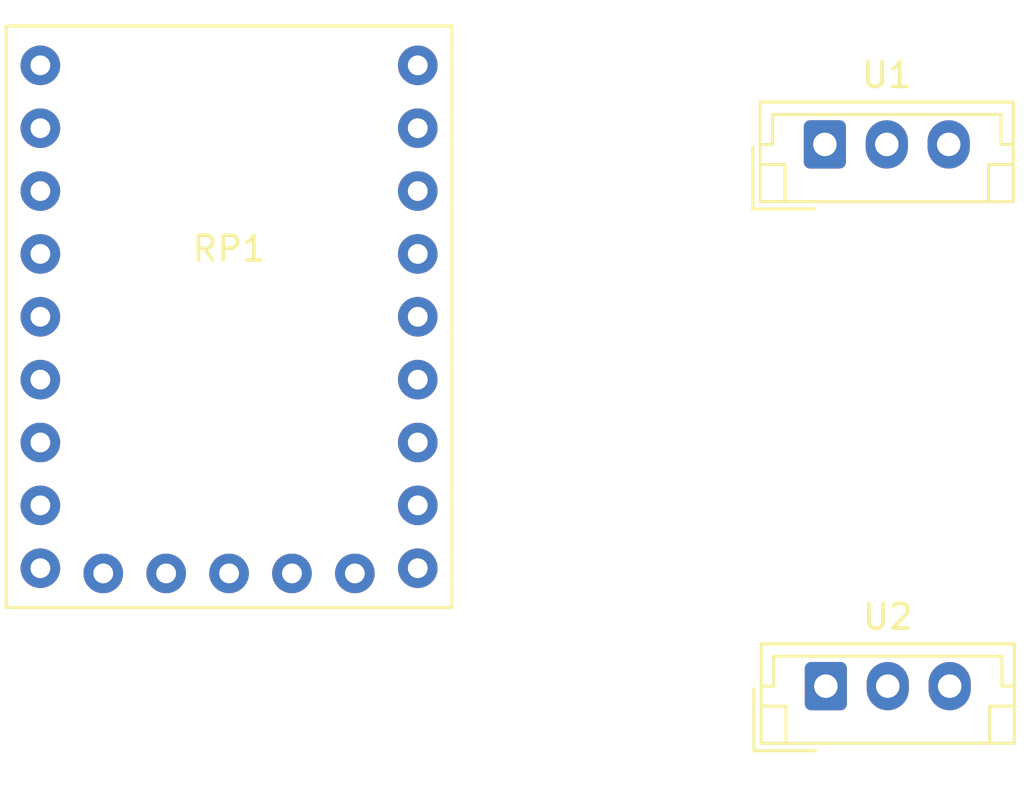
<source format=kicad_pcb>
(kicad_pcb (version 20211014) (generator pcbnew)
  (layers (0 "F.Cu" signal) (31 "B.Cu" signal) (34 "B.Paste" user) (35 "F.Paste" user) (36 "B.SilkS" user "B.Silkscreen") (37 "F.SilkS" user "F.Silkscreen") (38 "B.Mask" user) (39 "F.Mask" user) (44 "Edge.Cuts" user))
  (net 0 "")
  (net 16 "+3.3V")
  (net 17 "GND")
  (net 18 "/ADC_1_GP26")
  (net 19 "/ADC_2_GP27")
  (footprint "Connector_JST:JST_EH_B3B-EH-A_1x03_P2.50mm_Vertical" (layer "F.Cu") (at 222.925 87.33)
    (fp_text reference "U1" (at 2.5 -2.8) (layer "F.SilkS"))
    (fp_text value "AH1806-P")
    (fp_line (start 6.61 0.81) (end 6.61 2.31) (layer "F.SilkS") (width 0.12))
    (fp_line (start -2.91 0.11) (end -2.91 2.61) (layer "F.SilkS") (width 0.12))
    (fp_line (start 7.61 2.31) (end 7.61 -1.71) (layer "F.SilkS") (width 0.12))
    (fp_line (start 7.61 -1.71) (end -2.61 -1.71) (layer "F.SilkS") (width 0.12))
    (fp_line (start -2.61 2.31) (end 7.61 2.31) (layer "F.SilkS") (width 0.12))
    (fp_line (start 7.61 0.81) (end 6.61 0.81) (layer "F.SilkS") (width 0.12))
    (fp_line (start -2.11 0) (end -2.11 -1.21) (layer "F.SilkS") (width 0.12))
    (fp_line (start 7.11 -1.21) (end 7.11 0) (layer "F.SilkS") (width 0.12))
    (fp_line (start -2.11 -1.21) (end 7.11 -1.21) (layer "F.SilkS") (width 0.12))
    (fp_line (start -2.61 0.81) (end -1.61 0.81) (layer "F.SilkS") (width 0.12))
    (fp_line (start -2.91 2.61) (end -0.41 2.61) (layer "F.SilkS") (width 0.12))
    (fp_line (start -2.61 0) (end -2.11 0) (layer "F.SilkS") (width 0.12))
    (fp_line (start 7.11 0) (end 7.61 0) (layer "F.SilkS") (width 0.12))
    (fp_line (start -1.61 0.81) (end -1.61 2.31) (layer "F.SilkS") (width 0.12))
    (fp_line (start -2.61 -1.71) (end -2.61 2.31) (layer "F.SilkS") (width 0.12))
    (pad "1" thru_hole roundrect (at 0 0) (size 1.7 1.95) (drill 0.95) (layers *.Cu *.Mask) (roundrect_rratio 0.147059) (net 16 "+3.3V"))
    (pad "2" thru_hole oval (at 2.5 0) (size 1.7 1.95) (drill 0.95) (layers *.Cu *.Mask) (net 17 "GND"))
    (pad "3" thru_hole oval (at 5 0) (size 1.7 1.95) (drill 0.95) (layers *.Cu *.Mask) (net 18 "/ADC_1_GP26"))
  )
  (footprint "CustomTMFoot:RP2040-Zero" (layer "F.Cu") (at 189.865 106.045)
    (fp_text reference "RP1" (at 9 -14.5 unlocked) (layer "F.SilkS"))
    (fp_text value "Waveshare_RP2040")
    (fp_line (start 0 0) (end 18 0) (layer "F.SilkS") (width 0.12))
    (fp_line (start 0 -23.5) (end 0 0) (layer "F.SilkS") (width 0.12))
    (fp_line (start 18 0) (end 18 -23.5) (layer "F.SilkS") (width 0.12))
    (fp_line (start 18 -23.5) (end 0 -23.5) (layer "F.SilkS") (width 0.12))
    (pad "1" thru_hole circle (at 16.62 -21.91) (size 1.6 1.6) (drill 0.8) (layers *.Cu *.Mask))
    (pad "2" thru_hole circle (at 16.62 -19.37) (size 1.6 1.6) (drill 0.8) (layers *.Cu *.Mask))
    (pad "3" thru_hole circle (at 16.62 -16.83) (size 1.6 1.6) (drill 0.8) (layers *.Cu *.Mask))
    (pad "4" thru_hole circle (at 16.62 -14.29) (size 1.6 1.6) (drill 0.8) (layers *.Cu *.Mask))
    (pad "5" thru_hole circle (at 16.62 -11.75) (size 1.6 1.6) (drill 0.8) (layers *.Cu *.Mask))
    (pad "6" thru_hole circle (at 16.62 -9.21) (size 1.6 1.6) (drill 0.8) (layers *.Cu *.Mask))
    (pad "7" thru_hole circle (at 16.62 -6.67) (size 1.6 1.6) (drill 0.8) (layers *.Cu *.Mask))
    (pad "8" thru_hole circle (at 16.62 -4.13) (size 1.6 1.6) (drill 0.8) (layers *.Cu *.Mask))
    (pad "9" thru_hole circle (at 16.62 -1.59) (size 1.6 1.6) (drill 0.8) (layers *.Cu *.Mask))
    (pad "10" thru_hole circle (at 14.08 -1.38) (size 1.6 1.6) (drill 0.8) (layers *.Cu *.Mask))
    (pad "11" thru_hole circle (at 11.54 -1.38) (size 1.6 1.6) (drill 0.8) (layers *.Cu *.Mask))
    (pad "12" thru_hole circle (at 9 -1.38) (size 1.6 1.6) (drill 0.8) (layers *.Cu *.Mask))
    (pad "13" thru_hole circle (at 6.46 -1.38) (size 1.6 1.6) (drill 0.8) (layers *.Cu *.Mask))
    (pad "14" thru_hole circle (at 3.92 -1.38) (size 1.6 1.6) (drill 0.8) (layers *.Cu *.Mask))
    (pad "15" thru_hole circle (at 1.38 -1.59) (size 1.6 1.6) (drill 0.8) (layers *.Cu *.Mask))
    (pad "26" thru_hole circle (at 1.38 -4.13) (size 1.6 1.6) (drill 0.8) (layers *.Cu *.Mask) (net 18 "/ADC_1_GP26"))
    (pad "27" thru_hole circle (at 1.38 -6.67) (size 1.6 1.6) (drill 0.8) (layers *.Cu *.Mask) (net 19 "/ADC_2_GP27"))
    (pad "28" thru_hole circle (at 1.38 -9.21) (size 1.6 1.6) (drill 0.8) (layers *.Cu *.Mask))
    (pad "29" thru_hole circle (at 1.38 -11.75) (size 1.6 1.6) (drill 0.8) (layers *.Cu *.Mask))
    (pad "30" thru_hole circle (at 1.38 -14.29) (size 1.6 1.6) (drill 0.8) (layers *.Cu *.Mask))
    (pad "31" thru_hole circle (at 1.38 -16.83) (size 1.6 1.6) (drill 0.8) (layers *.Cu *.Mask) (net 17 "GND"))
    (pad "32" thru_hole circle (at 1.38 -19.37) (size 1.6 1.6) (drill 0.8) (layers *.Cu *.Mask) (net 16 "+3.3V"))
    (pad "33" thru_hole circle (at 1.38 -21.91) (size 1.6 1.6) (drill 0.8) (layers *.Cu *.Mask))
  )
  (footprint "Connector_JST:JST_EH_B3B-EH-A_1x03_P2.50mm_Vertical" (layer "F.Cu") (at 222.965 109.22)
    (fp_text reference "U2" (at 2.5 -2.8) (layer "F.SilkS"))
    (fp_text value "AH1806-P")
    (fp_line (start -1.61 0.81) (end -1.61 2.31) (layer "F.SilkS") (width 0.12))
    (fp_line (start -2.91 2.61) (end -0.41 2.61) (layer "F.SilkS") (width 0.12))
    (fp_line (start 7.61 0.81) (end 6.61 0.81) (layer "F.SilkS") (width 0.12))
    (fp_line (start -2.61 -1.71) (end -2.61 2.31) (layer "F.SilkS") (width 0.12))
    (fp_line (start -2.61 0.81) (end -1.61 0.81) (layer "F.SilkS") (width 0.12))
    (fp_line (start -2.91 0.11) (end -2.91 2.61) (layer "F.SilkS") (width 0.12))
    (fp_line (start 7.11 -1.21) (end 7.11 0) (layer "F.SilkS") (width 0.12))
    (fp_line (start 7.61 2.31) (end 7.61 -1.71) (layer "F.SilkS") (width 0.12))
    (fp_line (start -2.11 0) (end -2.11 -1.21) (layer "F.SilkS") (width 0.12))
    (fp_line (start 6.61 0.81) (end 6.61 2.31) (layer "F.SilkS") (width 0.12))
    (fp_line (start 7.61 -1.71) (end -2.61 -1.71) (layer "F.SilkS") (width 0.12))
    (fp_line (start -2.11 -1.21) (end 7.11 -1.21) (layer "F.SilkS") (width 0.12))
    (fp_line (start -2.61 0) (end -2.11 0) (layer "F.SilkS") (width 0.12))
    (fp_line (start -2.61 2.31) (end 7.61 2.31) (layer "F.SilkS") (width 0.12))
    (fp_line (start 7.11 0) (end 7.61 0) (layer "F.SilkS") (width 0.12))
    (pad "1" thru_hole roundrect (at 0 0) (size 1.7 1.95) (drill 0.95) (layers *.Cu *.Mask) (roundrect_rratio 0.147059) (net 16 "+3.3V"))
    (pad "2" thru_hole oval (at 2.5 0) (size 1.7 1.95) (drill 0.95) (layers *.Cu *.Mask) (net 17 "GND"))
    (pad "3" thru_hole oval (at 5 0) (size 1.7 1.95) (drill 0.95) (layers *.Cu *.Mask) (net 19 "/ADC_2_GP27"))
  )
)
</source>
